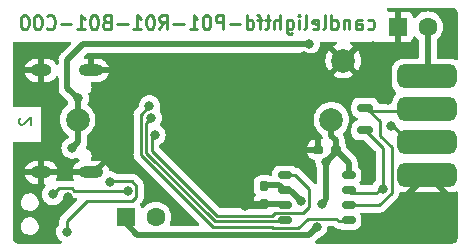
<source format=gbl>
%TF.GenerationSoftware,KiCad,Pcbnew,7.0.5*%
%TF.CreationDate,2023-06-19T14:48:04+02:00*%
%TF.ProjectId,candleLightfd-S01,63616e64-6c65-44c6-9967-687466642d53,R01*%
%TF.SameCoordinates,Original*%
%TF.FileFunction,Copper,L2,Bot*%
%TF.FilePolarity,Positive*%
%FSLAX46Y46*%
G04 Gerber Fmt 4.6, Leading zero omitted, Abs format (unit mm)*
G04 Created by KiCad (PCBNEW 7.0.5) date 2023-06-19 14:48:04*
%MOMM*%
%LPD*%
G01*
G04 APERTURE LIST*
G04 Aperture macros list*
%AMRoundRect*
0 Rectangle with rounded corners*
0 $1 Rounding radius*
0 $2 $3 $4 $5 $6 $7 $8 $9 X,Y pos of 4 corners*
0 Add a 4 corners polygon primitive as box body*
4,1,4,$2,$3,$4,$5,$6,$7,$8,$9,$2,$3,0*
0 Add four circle primitives for the rounded corners*
1,1,$1+$1,$2,$3*
1,1,$1+$1,$4,$5*
1,1,$1+$1,$6,$7*
1,1,$1+$1,$8,$9*
0 Add four rect primitives between the rounded corners*
20,1,$1+$1,$2,$3,$4,$5,0*
20,1,$1+$1,$4,$5,$6,$7,0*
20,1,$1+$1,$6,$7,$8,$9,0*
20,1,$1+$1,$8,$9,$2,$3,0*%
G04 Aperture macros list end*
%ADD10C,0.250000*%
%TA.AperFunction,NonConductor*%
%ADD11C,0.250000*%
%TD*%
%ADD12C,0.150000*%
%TA.AperFunction,NonConductor*%
%ADD13C,0.150000*%
%TD*%
%TA.AperFunction,ComponentPad*%
%ADD14O,2.100000X1.000000*%
%TD*%
%TA.AperFunction,ComponentPad*%
%ADD15O,1.800000X1.000000*%
%TD*%
%TA.AperFunction,SMDPad,CuDef*%
%ADD16RoundRect,0.500000X-2.000000X0.500000X-2.000000X-0.500000X2.000000X-0.500000X2.000000X0.500000X0*%
%TD*%
%TA.AperFunction,ComponentPad*%
%ADD17R,1.600000X1.600000*%
%TD*%
%TA.AperFunction,ComponentPad*%
%ADD18C,1.600000*%
%TD*%
%TA.AperFunction,SMDPad,CuDef*%
%ADD19RoundRect,0.150000X-0.420000X-0.150000X0.420000X-0.150000X0.420000X0.150000X-0.420000X0.150000X0*%
%TD*%
%TA.AperFunction,SMDPad,CuDef*%
%ADD20C,2.000000*%
%TD*%
%TA.AperFunction,SMDPad,CuDef*%
%ADD21RoundRect,0.187500X0.212500X0.187500X-0.212500X0.187500X-0.212500X-0.187500X0.212500X-0.187500X0*%
%TD*%
%TA.AperFunction,SMDPad,CuDef*%
%ADD22RoundRect,0.175000X-0.475000X0.175000X-0.475000X-0.175000X0.475000X-0.175000X0.475000X0.175000X0*%
%TD*%
%TA.AperFunction,SMDPad,CuDef*%
%ADD23RoundRect,0.187500X-0.187500X0.212500X-0.187500X-0.212500X0.187500X-0.212500X0.187500X0.212500X0*%
%TD*%
%TA.AperFunction,ViaPad*%
%ADD24C,0.800000*%
%TD*%
%TA.AperFunction,Conductor*%
%ADD25C,0.500000*%
%TD*%
%TA.AperFunction,Conductor*%
%ADD26C,0.250000*%
%TD*%
G04 APERTURE END LIST*
D10*
D11*
X131052380Y-121785000D02*
X131161904Y-121842142D01*
X131161904Y-121842142D02*
X131380951Y-121842142D01*
X131380951Y-121842142D02*
X131490475Y-121785000D01*
X131490475Y-121785000D02*
X131545237Y-121727857D01*
X131545237Y-121727857D02*
X131599999Y-121613571D01*
X131599999Y-121613571D02*
X131599999Y-121270714D01*
X131599999Y-121270714D02*
X131545237Y-121156428D01*
X131545237Y-121156428D02*
X131490475Y-121099285D01*
X131490475Y-121099285D02*
X131380951Y-121042142D01*
X131380951Y-121042142D02*
X131161904Y-121042142D01*
X131161904Y-121042142D02*
X131052380Y-121099285D01*
X130066666Y-121842142D02*
X130066666Y-121213571D01*
X130066666Y-121213571D02*
X130121428Y-121099285D01*
X130121428Y-121099285D02*
X130230952Y-121042142D01*
X130230952Y-121042142D02*
X130449999Y-121042142D01*
X130449999Y-121042142D02*
X130559523Y-121099285D01*
X130066666Y-121785000D02*
X130176190Y-121842142D01*
X130176190Y-121842142D02*
X130449999Y-121842142D01*
X130449999Y-121842142D02*
X130559523Y-121785000D01*
X130559523Y-121785000D02*
X130614285Y-121670714D01*
X130614285Y-121670714D02*
X130614285Y-121556428D01*
X130614285Y-121556428D02*
X130559523Y-121442142D01*
X130559523Y-121442142D02*
X130449999Y-121385000D01*
X130449999Y-121385000D02*
X130176190Y-121385000D01*
X130176190Y-121385000D02*
X130066666Y-121327857D01*
X129519047Y-121042142D02*
X129519047Y-121842142D01*
X129519047Y-121156428D02*
X129464285Y-121099285D01*
X129464285Y-121099285D02*
X129354761Y-121042142D01*
X129354761Y-121042142D02*
X129190476Y-121042142D01*
X129190476Y-121042142D02*
X129080952Y-121099285D01*
X129080952Y-121099285D02*
X129026190Y-121213571D01*
X129026190Y-121213571D02*
X129026190Y-121842142D01*
X127985714Y-121842142D02*
X127985714Y-120642142D01*
X127985714Y-121785000D02*
X128095238Y-121842142D01*
X128095238Y-121842142D02*
X128314285Y-121842142D01*
X128314285Y-121842142D02*
X128423809Y-121785000D01*
X128423809Y-121785000D02*
X128478571Y-121727857D01*
X128478571Y-121727857D02*
X128533333Y-121613571D01*
X128533333Y-121613571D02*
X128533333Y-121270714D01*
X128533333Y-121270714D02*
X128478571Y-121156428D01*
X128478571Y-121156428D02*
X128423809Y-121099285D01*
X128423809Y-121099285D02*
X128314285Y-121042142D01*
X128314285Y-121042142D02*
X128095238Y-121042142D01*
X128095238Y-121042142D02*
X127985714Y-121099285D01*
X127273809Y-121842142D02*
X127383333Y-121785000D01*
X127383333Y-121785000D02*
X127438095Y-121670714D01*
X127438095Y-121670714D02*
X127438095Y-120642142D01*
X126397619Y-121785000D02*
X126507143Y-121842142D01*
X126507143Y-121842142D02*
X126726190Y-121842142D01*
X126726190Y-121842142D02*
X126835714Y-121785000D01*
X126835714Y-121785000D02*
X126890476Y-121670714D01*
X126890476Y-121670714D02*
X126890476Y-121213571D01*
X126890476Y-121213571D02*
X126835714Y-121099285D01*
X126835714Y-121099285D02*
X126726190Y-121042142D01*
X126726190Y-121042142D02*
X126507143Y-121042142D01*
X126507143Y-121042142D02*
X126397619Y-121099285D01*
X126397619Y-121099285D02*
X126342857Y-121213571D01*
X126342857Y-121213571D02*
X126342857Y-121327857D01*
X126342857Y-121327857D02*
X126890476Y-121442142D01*
X125685714Y-121842142D02*
X125795238Y-121785000D01*
X125795238Y-121785000D02*
X125850000Y-121670714D01*
X125850000Y-121670714D02*
X125850000Y-120642142D01*
X125247619Y-121842142D02*
X125247619Y-121042142D01*
X125247619Y-120642142D02*
X125302381Y-120699285D01*
X125302381Y-120699285D02*
X125247619Y-120756428D01*
X125247619Y-120756428D02*
X125192857Y-120699285D01*
X125192857Y-120699285D02*
X125247619Y-120642142D01*
X125247619Y-120642142D02*
X125247619Y-120756428D01*
X124207143Y-121042142D02*
X124207143Y-122013571D01*
X124207143Y-122013571D02*
X124261905Y-122127857D01*
X124261905Y-122127857D02*
X124316667Y-122185000D01*
X124316667Y-122185000D02*
X124426190Y-122242142D01*
X124426190Y-122242142D02*
X124590476Y-122242142D01*
X124590476Y-122242142D02*
X124700000Y-122185000D01*
X124207143Y-121785000D02*
X124316667Y-121842142D01*
X124316667Y-121842142D02*
X124535714Y-121842142D01*
X124535714Y-121842142D02*
X124645238Y-121785000D01*
X124645238Y-121785000D02*
X124700000Y-121727857D01*
X124700000Y-121727857D02*
X124754762Y-121613571D01*
X124754762Y-121613571D02*
X124754762Y-121270714D01*
X124754762Y-121270714D02*
X124700000Y-121156428D01*
X124700000Y-121156428D02*
X124645238Y-121099285D01*
X124645238Y-121099285D02*
X124535714Y-121042142D01*
X124535714Y-121042142D02*
X124316667Y-121042142D01*
X124316667Y-121042142D02*
X124207143Y-121099285D01*
X123659524Y-121842142D02*
X123659524Y-120642142D01*
X123166667Y-121842142D02*
X123166667Y-121213571D01*
X123166667Y-121213571D02*
X123221429Y-121099285D01*
X123221429Y-121099285D02*
X123330953Y-121042142D01*
X123330953Y-121042142D02*
X123495238Y-121042142D01*
X123495238Y-121042142D02*
X123604762Y-121099285D01*
X123604762Y-121099285D02*
X123659524Y-121156428D01*
X122783334Y-121042142D02*
X122345238Y-121042142D01*
X122619048Y-120642142D02*
X122619048Y-121670714D01*
X122619048Y-121670714D02*
X122564286Y-121785000D01*
X122564286Y-121785000D02*
X122454762Y-121842142D01*
X122454762Y-121842142D02*
X122345238Y-121842142D01*
X122126191Y-121042142D02*
X121688095Y-121042142D01*
X121961905Y-121842142D02*
X121961905Y-120813571D01*
X121961905Y-120813571D02*
X121907143Y-120699285D01*
X121907143Y-120699285D02*
X121797619Y-120642142D01*
X121797619Y-120642142D02*
X121688095Y-120642142D01*
X120811905Y-121842142D02*
X120811905Y-120642142D01*
X120811905Y-121785000D02*
X120921429Y-121842142D01*
X120921429Y-121842142D02*
X121140476Y-121842142D01*
X121140476Y-121842142D02*
X121250000Y-121785000D01*
X121250000Y-121785000D02*
X121304762Y-121727857D01*
X121304762Y-121727857D02*
X121359524Y-121613571D01*
X121359524Y-121613571D02*
X121359524Y-121270714D01*
X121359524Y-121270714D02*
X121304762Y-121156428D01*
X121304762Y-121156428D02*
X121250000Y-121099285D01*
X121250000Y-121099285D02*
X121140476Y-121042142D01*
X121140476Y-121042142D02*
X120921429Y-121042142D01*
X120921429Y-121042142D02*
X120811905Y-121099285D01*
X120264286Y-121385000D02*
X119388096Y-121385000D01*
X118840476Y-121842142D02*
X118840476Y-120642142D01*
X118840476Y-120642142D02*
X118402381Y-120642142D01*
X118402381Y-120642142D02*
X118292857Y-120699285D01*
X118292857Y-120699285D02*
X118238095Y-120756428D01*
X118238095Y-120756428D02*
X118183333Y-120870714D01*
X118183333Y-120870714D02*
X118183333Y-121042142D01*
X118183333Y-121042142D02*
X118238095Y-121156428D01*
X118238095Y-121156428D02*
X118292857Y-121213571D01*
X118292857Y-121213571D02*
X118402381Y-121270714D01*
X118402381Y-121270714D02*
X118840476Y-121270714D01*
X117471428Y-120642142D02*
X117361905Y-120642142D01*
X117361905Y-120642142D02*
X117252381Y-120699285D01*
X117252381Y-120699285D02*
X117197619Y-120756428D01*
X117197619Y-120756428D02*
X117142857Y-120870714D01*
X117142857Y-120870714D02*
X117088095Y-121099285D01*
X117088095Y-121099285D02*
X117088095Y-121385000D01*
X117088095Y-121385000D02*
X117142857Y-121613571D01*
X117142857Y-121613571D02*
X117197619Y-121727857D01*
X117197619Y-121727857D02*
X117252381Y-121785000D01*
X117252381Y-121785000D02*
X117361905Y-121842142D01*
X117361905Y-121842142D02*
X117471428Y-121842142D01*
X117471428Y-121842142D02*
X117580952Y-121785000D01*
X117580952Y-121785000D02*
X117635714Y-121727857D01*
X117635714Y-121727857D02*
X117690476Y-121613571D01*
X117690476Y-121613571D02*
X117745238Y-121385000D01*
X117745238Y-121385000D02*
X117745238Y-121099285D01*
X117745238Y-121099285D02*
X117690476Y-120870714D01*
X117690476Y-120870714D02*
X117635714Y-120756428D01*
X117635714Y-120756428D02*
X117580952Y-120699285D01*
X117580952Y-120699285D02*
X117471428Y-120642142D01*
X115992857Y-121842142D02*
X116650000Y-121842142D01*
X116321428Y-121842142D02*
X116321428Y-120642142D01*
X116321428Y-120642142D02*
X116430952Y-120813571D01*
X116430952Y-120813571D02*
X116540476Y-120927857D01*
X116540476Y-120927857D02*
X116650000Y-120985000D01*
X115500000Y-121385000D02*
X114623810Y-121385000D01*
X113419047Y-121842142D02*
X113802380Y-121270714D01*
X114076190Y-121842142D02*
X114076190Y-120642142D01*
X114076190Y-120642142D02*
X113638095Y-120642142D01*
X113638095Y-120642142D02*
X113528571Y-120699285D01*
X113528571Y-120699285D02*
X113473809Y-120756428D01*
X113473809Y-120756428D02*
X113419047Y-120870714D01*
X113419047Y-120870714D02*
X113419047Y-121042142D01*
X113419047Y-121042142D02*
X113473809Y-121156428D01*
X113473809Y-121156428D02*
X113528571Y-121213571D01*
X113528571Y-121213571D02*
X113638095Y-121270714D01*
X113638095Y-121270714D02*
X114076190Y-121270714D01*
X112707142Y-120642142D02*
X112597619Y-120642142D01*
X112597619Y-120642142D02*
X112488095Y-120699285D01*
X112488095Y-120699285D02*
X112433333Y-120756428D01*
X112433333Y-120756428D02*
X112378571Y-120870714D01*
X112378571Y-120870714D02*
X112323809Y-121099285D01*
X112323809Y-121099285D02*
X112323809Y-121385000D01*
X112323809Y-121385000D02*
X112378571Y-121613571D01*
X112378571Y-121613571D02*
X112433333Y-121727857D01*
X112433333Y-121727857D02*
X112488095Y-121785000D01*
X112488095Y-121785000D02*
X112597619Y-121842142D01*
X112597619Y-121842142D02*
X112707142Y-121842142D01*
X112707142Y-121842142D02*
X112816666Y-121785000D01*
X112816666Y-121785000D02*
X112871428Y-121727857D01*
X112871428Y-121727857D02*
X112926190Y-121613571D01*
X112926190Y-121613571D02*
X112980952Y-121385000D01*
X112980952Y-121385000D02*
X112980952Y-121099285D01*
X112980952Y-121099285D02*
X112926190Y-120870714D01*
X112926190Y-120870714D02*
X112871428Y-120756428D01*
X112871428Y-120756428D02*
X112816666Y-120699285D01*
X112816666Y-120699285D02*
X112707142Y-120642142D01*
X111228571Y-121842142D02*
X111885714Y-121842142D01*
X111557142Y-121842142D02*
X111557142Y-120642142D01*
X111557142Y-120642142D02*
X111666666Y-120813571D01*
X111666666Y-120813571D02*
X111776190Y-120927857D01*
X111776190Y-120927857D02*
X111885714Y-120985000D01*
X110735714Y-121385000D02*
X109859524Y-121385000D01*
X108928571Y-121213571D02*
X108764285Y-121270714D01*
X108764285Y-121270714D02*
X108709523Y-121327857D01*
X108709523Y-121327857D02*
X108654761Y-121442142D01*
X108654761Y-121442142D02*
X108654761Y-121613571D01*
X108654761Y-121613571D02*
X108709523Y-121727857D01*
X108709523Y-121727857D02*
X108764285Y-121785000D01*
X108764285Y-121785000D02*
X108873809Y-121842142D01*
X108873809Y-121842142D02*
X109311904Y-121842142D01*
X109311904Y-121842142D02*
X109311904Y-120642142D01*
X109311904Y-120642142D02*
X108928571Y-120642142D01*
X108928571Y-120642142D02*
X108819047Y-120699285D01*
X108819047Y-120699285D02*
X108764285Y-120756428D01*
X108764285Y-120756428D02*
X108709523Y-120870714D01*
X108709523Y-120870714D02*
X108709523Y-120985000D01*
X108709523Y-120985000D02*
X108764285Y-121099285D01*
X108764285Y-121099285D02*
X108819047Y-121156428D01*
X108819047Y-121156428D02*
X108928571Y-121213571D01*
X108928571Y-121213571D02*
X109311904Y-121213571D01*
X107942856Y-120642142D02*
X107833333Y-120642142D01*
X107833333Y-120642142D02*
X107723809Y-120699285D01*
X107723809Y-120699285D02*
X107669047Y-120756428D01*
X107669047Y-120756428D02*
X107614285Y-120870714D01*
X107614285Y-120870714D02*
X107559523Y-121099285D01*
X107559523Y-121099285D02*
X107559523Y-121385000D01*
X107559523Y-121385000D02*
X107614285Y-121613571D01*
X107614285Y-121613571D02*
X107669047Y-121727857D01*
X107669047Y-121727857D02*
X107723809Y-121785000D01*
X107723809Y-121785000D02*
X107833333Y-121842142D01*
X107833333Y-121842142D02*
X107942856Y-121842142D01*
X107942856Y-121842142D02*
X108052380Y-121785000D01*
X108052380Y-121785000D02*
X108107142Y-121727857D01*
X108107142Y-121727857D02*
X108161904Y-121613571D01*
X108161904Y-121613571D02*
X108216666Y-121385000D01*
X108216666Y-121385000D02*
X108216666Y-121099285D01*
X108216666Y-121099285D02*
X108161904Y-120870714D01*
X108161904Y-120870714D02*
X108107142Y-120756428D01*
X108107142Y-120756428D02*
X108052380Y-120699285D01*
X108052380Y-120699285D02*
X107942856Y-120642142D01*
X106464285Y-121842142D02*
X107121428Y-121842142D01*
X106792856Y-121842142D02*
X106792856Y-120642142D01*
X106792856Y-120642142D02*
X106902380Y-120813571D01*
X106902380Y-120813571D02*
X107011904Y-120927857D01*
X107011904Y-120927857D02*
X107121428Y-120985000D01*
X105971428Y-121385000D02*
X105095238Y-121385000D01*
X103890475Y-121727857D02*
X103945237Y-121785000D01*
X103945237Y-121785000D02*
X104109523Y-121842142D01*
X104109523Y-121842142D02*
X104219047Y-121842142D01*
X104219047Y-121842142D02*
X104383332Y-121785000D01*
X104383332Y-121785000D02*
X104492856Y-121670714D01*
X104492856Y-121670714D02*
X104547618Y-121556428D01*
X104547618Y-121556428D02*
X104602380Y-121327857D01*
X104602380Y-121327857D02*
X104602380Y-121156428D01*
X104602380Y-121156428D02*
X104547618Y-120927857D01*
X104547618Y-120927857D02*
X104492856Y-120813571D01*
X104492856Y-120813571D02*
X104383332Y-120699285D01*
X104383332Y-120699285D02*
X104219047Y-120642142D01*
X104219047Y-120642142D02*
X104109523Y-120642142D01*
X104109523Y-120642142D02*
X103945237Y-120699285D01*
X103945237Y-120699285D02*
X103890475Y-120756428D01*
X103178570Y-120642142D02*
X103069047Y-120642142D01*
X103069047Y-120642142D02*
X102959523Y-120699285D01*
X102959523Y-120699285D02*
X102904761Y-120756428D01*
X102904761Y-120756428D02*
X102849999Y-120870714D01*
X102849999Y-120870714D02*
X102795237Y-121099285D01*
X102795237Y-121099285D02*
X102795237Y-121385000D01*
X102795237Y-121385000D02*
X102849999Y-121613571D01*
X102849999Y-121613571D02*
X102904761Y-121727857D01*
X102904761Y-121727857D02*
X102959523Y-121785000D01*
X102959523Y-121785000D02*
X103069047Y-121842142D01*
X103069047Y-121842142D02*
X103178570Y-121842142D01*
X103178570Y-121842142D02*
X103288094Y-121785000D01*
X103288094Y-121785000D02*
X103342856Y-121727857D01*
X103342856Y-121727857D02*
X103397618Y-121613571D01*
X103397618Y-121613571D02*
X103452380Y-121385000D01*
X103452380Y-121385000D02*
X103452380Y-121099285D01*
X103452380Y-121099285D02*
X103397618Y-120870714D01*
X103397618Y-120870714D02*
X103342856Y-120756428D01*
X103342856Y-120756428D02*
X103288094Y-120699285D01*
X103288094Y-120699285D02*
X103178570Y-120642142D01*
X102083332Y-120642142D02*
X101973809Y-120642142D01*
X101973809Y-120642142D02*
X101864285Y-120699285D01*
X101864285Y-120699285D02*
X101809523Y-120756428D01*
X101809523Y-120756428D02*
X101754761Y-120870714D01*
X101754761Y-120870714D02*
X101699999Y-121099285D01*
X101699999Y-121099285D02*
X101699999Y-121385000D01*
X101699999Y-121385000D02*
X101754761Y-121613571D01*
X101754761Y-121613571D02*
X101809523Y-121727857D01*
X101809523Y-121727857D02*
X101864285Y-121785000D01*
X101864285Y-121785000D02*
X101973809Y-121842142D01*
X101973809Y-121842142D02*
X102083332Y-121842142D01*
X102083332Y-121842142D02*
X102192856Y-121785000D01*
X102192856Y-121785000D02*
X102247618Y-121727857D01*
X102247618Y-121727857D02*
X102302380Y-121613571D01*
X102302380Y-121613571D02*
X102357142Y-121385000D01*
X102357142Y-121385000D02*
X102357142Y-121099285D01*
X102357142Y-121099285D02*
X102302380Y-120870714D01*
X102302380Y-120870714D02*
X102247618Y-120756428D01*
X102247618Y-120756428D02*
X102192856Y-120699285D01*
X102192856Y-120699285D02*
X102083332Y-120642142D01*
D12*
%TO.C,NB2*%
D13*
X101650057Y-129364286D02*
X101602438Y-129411905D01*
X101602438Y-129411905D02*
X101554819Y-129507143D01*
X101554819Y-129507143D02*
X101554819Y-129745238D01*
X101554819Y-129745238D02*
X101602438Y-129840476D01*
X101602438Y-129840476D02*
X101650057Y-129888095D01*
X101650057Y-129888095D02*
X101745295Y-129935714D01*
X101745295Y-129935714D02*
X101840533Y-129935714D01*
X101840533Y-129935714D02*
X101983390Y-129888095D01*
X101983390Y-129888095D02*
X102554819Y-129316667D01*
X102554819Y-129316667D02*
X102554819Y-129935714D01*
%TD*%
D14*
%TO.P,X1,SH,Shield*%
%TO.N,GND*%
X107605000Y-125330000D03*
D15*
X103425000Y-125330000D03*
D14*
X107605000Y-133970000D03*
D15*
X103425000Y-133970000D03*
%TD*%
D16*
%TO.P,X2,6*%
%TO.N,GND*%
X136100000Y-134155000D03*
%TO.P,X2,7*%
%TO.N,/CAN1_H*%
X136100000Y-131385000D03*
%TO.P,X2,8*%
%TO.N,/CAN2_H*%
X136100000Y-128615000D03*
%TO.P,X2,9*%
%TO.N,+12V*%
X136100000Y-125845000D03*
%TD*%
D17*
%TO.P,P2,1,P1*%
%TO.N,+3V3*%
X110580000Y-137750000D03*
D18*
%TO.P,P2,2,P2*%
%TO.N,/MCU/SWCLK*%
X113120000Y-137750000D03*
%TD*%
D17*
%TO.P,P1,1,P1*%
%TO.N,GND*%
X133600000Y-121650000D03*
D18*
%TO.P,P1,2,P2*%
%TO.N,+12V*%
X136140000Y-121650000D03*
%TD*%
D19*
%TO.P,U4,1,TXD*%
%TO.N,/CAN Transiver/CAN2_TX*%
X124050000Y-138005000D03*
%TO.P,U4,2,GND*%
%TO.N,GND*%
X124050000Y-136735000D03*
%TO.P,U4,3,VCC*%
%TO.N,+5V*%
X124050000Y-135465000D03*
%TO.P,U4,4,RXD*%
%TO.N,/CAN Transiver/CAN2_RX*%
X124050000Y-134195000D03*
%TO.P,U4,5,VIO*%
%TO.N,+3V3*%
X129450000Y-134195000D03*
%TO.P,U4,6,CANL*%
%TO.N,/CAN2_L*%
X129450000Y-135465000D03*
%TO.P,U4,7,CANH*%
%TO.N,/CAN2_H*%
X129450000Y-136735000D03*
%TO.P,U4,8,S*%
%TO.N,/CAN Transiver/CAN2_S*%
X129450000Y-138005000D03*
%TD*%
D20*
%TO.P,TP2,1*%
%TO.N,+3V3*%
X128000000Y-129500000D03*
%TD*%
%TO.P,TP3,1*%
%TO.N,GND*%
X129000000Y-124500000D03*
%TD*%
%TO.P,TP1,1*%
%TO.N,+5V*%
X106500000Y-129500000D03*
%TD*%
D21*
%TO.P,C9,1*%
%TO.N,+3V3*%
X128350000Y-132050000D03*
%TO.P,C9,2*%
%TO.N,GND*%
X126850000Y-132050000D03*
%TD*%
D22*
%TO.P,R8,1*%
%TO.N,/CAN2_H*%
X130850000Y-128500000D03*
%TO.P,R8,2*%
%TO.N,/CAN2_L*%
X130850000Y-130400000D03*
%TD*%
D23*
%TO.P,C11,1*%
%TO.N,+5V*%
X122300000Y-135100000D03*
%TO.P,C11,2*%
%TO.N,GND*%
X122300000Y-136600000D03*
%TD*%
D24*
%TO.N,+3V3*%
X126750000Y-138600000D03*
X127555074Y-133055074D03*
X127175500Y-136625500D03*
%TO.N,GND*%
X110200000Y-124300000D03*
X124150000Y-127900000D03*
X131500000Y-123300000D03*
X132800000Y-127800000D03*
X105716784Y-136040375D03*
X120700000Y-136800000D03*
X131300000Y-125750000D03*
X125700000Y-124150000D03*
X127000000Y-126850000D03*
X124500000Y-131850000D03*
X123900000Y-130250000D03*
X125700000Y-131500000D03*
X115400000Y-137550000D03*
X132200000Y-137900000D03*
X120917241Y-129992643D03*
X131100000Y-134300000D03*
%TO.N,+5V*%
X106050000Y-131900000D03*
X125400000Y-136400000D03*
X106550000Y-127700500D03*
X126100000Y-123100000D03*
%TO.N,/CAN1_H*%
X133000500Y-130000000D03*
%TO.N,/CAN2_L*%
X132375500Y-135337701D03*
%TO.N,/MCU/SWDIO*%
X105600000Y-139000000D03*
X109225500Y-134775500D03*
%TO.N,/CAN Transiver/CAN2_RX*%
X113050000Y-130800000D03*
%TO.N,/CAN Transiver/CAN2_TX*%
X112750000Y-129350000D03*
%TO.N,/CAN Transiver/CAN2_S*%
X112594115Y-128362729D03*
%TO.N,/MCU/NRST*%
X110750500Y-135569301D03*
X104400000Y-135824500D03*
%TD*%
D25*
%TO.N,+3V3*%
X127175500Y-136625500D02*
X127555074Y-136245926D01*
X127555074Y-136245926D02*
X127555074Y-133055074D01*
X126100000Y-139250000D02*
X111550000Y-139250000D01*
X127555074Y-133055074D02*
X128350000Y-132260148D01*
X110580000Y-138280000D02*
X110580000Y-137750000D01*
X129450000Y-133150000D02*
X128350000Y-132050000D01*
X128350000Y-132260148D02*
X128350000Y-132050000D01*
X128000000Y-129500000D02*
X128000000Y-130900000D01*
X128350000Y-131250000D02*
X128350000Y-132050000D01*
X129450000Y-134195000D02*
X129450000Y-133150000D01*
X128000000Y-130900000D02*
X128350000Y-131250000D01*
X111550000Y-139250000D02*
X110580000Y-138280000D01*
X126750000Y-138600000D02*
X126100000Y-139250000D01*
%TO.N,GND*%
X120700000Y-136800000D02*
X122100000Y-136800000D01*
X122450000Y-136650000D02*
X122350000Y-136550000D01*
X124050000Y-136735000D02*
X123965000Y-136650000D01*
X123965000Y-136650000D02*
X122450000Y-136650000D01*
X122100000Y-136800000D02*
X122350000Y-136550000D01*
X107605000Y-133970000D02*
X107930000Y-133970000D01*
X125700000Y-124150000D02*
X126950000Y-124150000D01*
X126950000Y-124150000D02*
X127000000Y-124200000D01*
X107930000Y-133970000D02*
X109500000Y-132400000D01*
%TO.N,+5V*%
X122350000Y-135050000D02*
X123535000Y-135050000D01*
X124565000Y-135565000D02*
X125400000Y-136400000D01*
X126100000Y-123100000D02*
X107000000Y-123100000D01*
X105650000Y-126800500D02*
X106550000Y-127700500D01*
X123535000Y-135050000D02*
X124050000Y-135565000D01*
X105650000Y-124450000D02*
X105650000Y-126800500D01*
X124050000Y-135565000D02*
X124565000Y-135565000D01*
X106550000Y-127700500D02*
X106550000Y-131400000D01*
X106550000Y-131400000D02*
X106050000Y-131900000D01*
X107000000Y-123100000D02*
X105650000Y-124450000D01*
%TO.N,+12V*%
X136140000Y-125805000D02*
X136100000Y-125845000D01*
X136140000Y-121650000D02*
X136140000Y-125805000D01*
D26*
%TO.N,/CAN1_H*%
X133200000Y-130000000D02*
X134500000Y-131300000D01*
X134500000Y-131300000D02*
X136240000Y-131300000D01*
X133000500Y-130000000D02*
X133200000Y-130000000D01*
%TO.N,/CAN2_H*%
X133100000Y-131850000D02*
X133100000Y-135700000D01*
X130950000Y-128500000D02*
X132100000Y-129650000D01*
X132100000Y-129650000D02*
X132100000Y-130850000D01*
X130850000Y-128500000D02*
X130950000Y-128500000D01*
X132065000Y-136735000D02*
X129450000Y-136735000D01*
X131150000Y-128800000D02*
X135915000Y-128800000D01*
X133100000Y-135700000D02*
X132065000Y-136735000D01*
X132100000Y-130850000D02*
X133100000Y-131850000D01*
X130850000Y-128500000D02*
X131150000Y-128800000D01*
X135915000Y-128800000D02*
X136100000Y-128615000D01*
%TO.N,/CAN2_L*%
X129685000Y-135700000D02*
X129450000Y-135465000D01*
X131800000Y-135700000D02*
X129685000Y-135700000D01*
X132375500Y-135337701D02*
X132162299Y-135337701D01*
X132375500Y-135337701D02*
X132375500Y-131925500D01*
X132162299Y-135337701D02*
X131800000Y-135700000D01*
X132375500Y-131925500D02*
X130850000Y-130400000D01*
%TO.N,/MCU/SWDIO*%
X111100000Y-134700000D02*
X111475500Y-135075500D01*
X111475500Y-135075500D02*
X111475500Y-136024500D01*
X111475500Y-136024500D02*
X111100000Y-136400000D01*
X107293102Y-136400000D02*
X105600000Y-138093102D01*
X111100000Y-136400000D02*
X107293102Y-136400000D01*
X105600000Y-138093102D02*
X105600000Y-139000000D01*
X109225500Y-134775500D02*
X109301000Y-134700000D01*
X109301000Y-134700000D02*
X111100000Y-134700000D01*
%TO.N,/CAN Transiver/CAN2_RX*%
X126125000Y-135375000D02*
X126125000Y-136875000D01*
X125625000Y-137375000D02*
X123225000Y-137375000D01*
X126125000Y-136875000D02*
X125625000Y-137375000D01*
X124945000Y-134195000D02*
X126125000Y-135375000D01*
X118316701Y-137655000D02*
X112775000Y-132113299D01*
X122945000Y-137655000D02*
X118316701Y-137655000D01*
X112775000Y-132113299D02*
X112775000Y-131075000D01*
X112775000Y-131075000D02*
X113050000Y-130800000D01*
X123225000Y-137375000D02*
X122945000Y-137655000D01*
X124050000Y-134195000D02*
X124945000Y-134195000D01*
%TO.N,/CAN Transiver/CAN2_TX*%
X112325000Y-129775000D02*
X112325000Y-132299695D01*
X112325000Y-132299695D02*
X118130305Y-138105000D01*
X112750000Y-129350000D02*
X112325000Y-129775000D01*
X118130305Y-138105000D02*
X124050000Y-138105000D01*
%TO.N,/CAN Transiver/CAN2_S*%
X123070000Y-138675000D02*
X125175000Y-138675000D01*
X112594115Y-128362729D02*
X111875000Y-129081844D01*
X111875000Y-132486091D02*
X117943909Y-138555000D01*
X125175000Y-138675000D02*
X125975000Y-137875000D01*
X117943909Y-138555000D02*
X122950000Y-138555000D01*
X111875000Y-129081844D02*
X111875000Y-132486091D01*
X122950000Y-138555000D02*
X123070000Y-138675000D01*
X128425000Y-137875000D02*
X128655000Y-138105000D01*
X125975000Y-137875000D02*
X128425000Y-137875000D01*
X128655000Y-138105000D02*
X129450000Y-138105000D01*
%TO.N,/MCU/NRST*%
X106017089Y-135315375D02*
X104909125Y-135315375D01*
X106201714Y-135500000D02*
X106017089Y-135315375D01*
X104909125Y-135315375D02*
X104400000Y-135824500D01*
X110681199Y-135500000D02*
X106201714Y-135500000D01*
X110750500Y-135569301D02*
X110681199Y-135500000D01*
%TD*%
%TA.AperFunction,Conductor*%
%TO.N,GND*%
G36*
X136187681Y-133889128D02*
G01*
X137953553Y-135655000D01*
X138158000Y-135655000D01*
X138277329Y-135644390D01*
X138472864Y-135588441D01*
X138508089Y-135570042D01*
X138569427Y-135556013D01*
X138629754Y-135573897D01*
X138673536Y-135619088D01*
X138689500Y-135679951D01*
X138689500Y-139491874D01*
X138688439Y-139508060D01*
X138674951Y-139610506D01*
X138666573Y-139641772D01*
X138630166Y-139729667D01*
X138613981Y-139757701D01*
X138556067Y-139833177D01*
X138533177Y-139856067D01*
X138457701Y-139913981D01*
X138429667Y-139930166D01*
X138341772Y-139966573D01*
X138310506Y-139974951D01*
X138218338Y-139987085D01*
X138208058Y-139988439D01*
X138191874Y-139989500D01*
X126732575Y-139989500D01*
X126676946Y-139976321D01*
X126633141Y-139939587D01*
X126610472Y-139887105D01*
X126613756Y-139830031D01*
X126642294Y-139780497D01*
X126642913Y-139779841D01*
X126645408Y-139777271D01*
X126906753Y-139515926D01*
X126935264Y-139494636D01*
X126968644Y-139482321D01*
X127032288Y-139468794D01*
X127206752Y-139391118D01*
X127361253Y-139278866D01*
X127489040Y-139136944D01*
X127538090Y-139051988D01*
X127584527Y-138971556D01*
X127610526Y-138891539D01*
X127643542Y-138789928D01*
X127661450Y-138619536D01*
X127681970Y-138563160D01*
X127726557Y-138523014D01*
X127784771Y-138508500D01*
X128110159Y-138508500D01*
X128155805Y-138517207D01*
X128195038Y-138542104D01*
X128212687Y-138558676D01*
X128215448Y-138561353D01*
X128235230Y-138581135D01*
X128238511Y-138583680D01*
X128247370Y-138591247D01*
X128279679Y-138621586D01*
X128292154Y-138628444D01*
X128297564Y-138631418D01*
X128313825Y-138642099D01*
X128329959Y-138654614D01*
X128370625Y-138672210D01*
X128381112Y-138677348D01*
X128419940Y-138698695D01*
X128439708Y-138703770D01*
X128458119Y-138710073D01*
X128476855Y-138718181D01*
X128520626Y-138725113D01*
X128532041Y-138727477D01*
X128574970Y-138738500D01*
X128595384Y-138738500D01*
X128614783Y-138740027D01*
X128634943Y-138743220D01*
X128677668Y-138739181D01*
X128716385Y-138741617D01*
X128752457Y-138755900D01*
X128766398Y-138764145D01*
X128926165Y-138810561D01*
X128926169Y-138810562D01*
X128963498Y-138813500D01*
X129936499Y-138813500D01*
X129936502Y-138813500D01*
X129973831Y-138810562D01*
X130133601Y-138764145D01*
X130276807Y-138679453D01*
X130394453Y-138561807D01*
X130479145Y-138418601D01*
X130525562Y-138258831D01*
X130528500Y-138221502D01*
X130528500Y-137788498D01*
X130525562Y-137751169D01*
X130525222Y-137750000D01*
X130479145Y-137591399D01*
X130457986Y-137555621D01*
X130440722Y-137493474D01*
X130457008Y-137431063D01*
X130502437Y-137385276D01*
X130564718Y-137368500D01*
X131981367Y-137368500D01*
X132002108Y-137370789D01*
X132004905Y-137370701D01*
X132004909Y-137370702D01*
X132073017Y-137368560D01*
X132076913Y-137368500D01*
X132104854Y-137368500D01*
X132104856Y-137368500D01*
X132108956Y-137367981D01*
X132120606Y-137367064D01*
X132164889Y-137365673D01*
X132184498Y-137359975D01*
X132203531Y-137356033D01*
X132223797Y-137353474D01*
X132265006Y-137337157D01*
X132276037Y-137333380D01*
X132318593Y-137321018D01*
X132336160Y-137310628D01*
X132353632Y-137302068D01*
X132372617Y-137294552D01*
X132408475Y-137268498D01*
X132418223Y-137262096D01*
X132456362Y-137239542D01*
X132470800Y-137225103D01*
X132485588Y-137212472D01*
X132502107Y-137200472D01*
X132530359Y-137166319D01*
X132538203Y-137157699D01*
X133488813Y-136207089D01*
X133505099Y-136194044D01*
X133543537Y-136153110D01*
X133553662Y-136142327D01*
X133556340Y-136139563D01*
X133576135Y-136119770D01*
X133578679Y-136116488D01*
X133586251Y-136107624D01*
X133616586Y-136075321D01*
X133626419Y-136057432D01*
X133637100Y-136041172D01*
X133649614Y-136025041D01*
X133667207Y-135984381D01*
X133672343Y-135973895D01*
X133693695Y-135935060D01*
X133698773Y-135915277D01*
X133705070Y-135896885D01*
X133713181Y-135878145D01*
X133720112Y-135834376D01*
X133722478Y-135822953D01*
X133733500Y-135780030D01*
X133733500Y-135759616D01*
X133735021Y-135740252D01*
X133735765Y-135735553D01*
X133765105Y-135673067D01*
X133823317Y-135635951D01*
X133892354Y-135635716D01*
X133922667Y-135644390D01*
X134042000Y-135655000D01*
X134246447Y-135655000D01*
X134246447Y-135654999D01*
X134953552Y-135654999D01*
X134953553Y-135655000D01*
X137246447Y-135655000D01*
X137246447Y-135654999D01*
X136100000Y-134508553D01*
X134953552Y-135654999D01*
X134246447Y-135654999D01*
X136012319Y-133889128D01*
X136067906Y-133857034D01*
X136132094Y-133857034D01*
X136187681Y-133889128D01*
G37*
%TD.AperFunction*%
%TA.AperFunction,Conductor*%
G36*
X105891823Y-122905944D02*
G01*
X105935846Y-122943544D01*
X105958001Y-122997031D01*
X105953459Y-123054747D01*
X105923209Y-123104110D01*
X105159122Y-123868195D01*
X105145493Y-123879974D01*
X105125941Y-123894531D01*
X105093714Y-123932936D01*
X105086418Y-123940900D01*
X105082418Y-123944900D01*
X105062984Y-123969478D01*
X105060710Y-123972270D01*
X105011220Y-124031251D01*
X105000521Y-124048044D01*
X104967982Y-124117824D01*
X104966427Y-124121037D01*
X104932391Y-124188812D01*
X104931862Y-124189866D01*
X104925332Y-124208654D01*
X104909759Y-124284072D01*
X104908979Y-124287591D01*
X104891228Y-124362488D01*
X104889207Y-124382272D01*
X104891448Y-124459293D01*
X104891500Y-124462899D01*
X104891500Y-124717192D01*
X104875304Y-124778465D01*
X104830945Y-124823732D01*
X104770013Y-124841167D01*
X104708424Y-124826215D01*
X104662268Y-124782784D01*
X104619852Y-124714734D01*
X104479733Y-124567330D01*
X104312805Y-124451144D01*
X104125907Y-124370940D01*
X103926689Y-124330000D01*
X103675000Y-124330000D01*
X103675000Y-126330000D01*
X103875710Y-126330000D01*
X104027339Y-126314580D01*
X104221389Y-126253696D01*
X104399214Y-126154996D01*
X104553531Y-126022520D01*
X104669444Y-125872774D01*
X104717448Y-125835226D01*
X104777542Y-125825082D01*
X104835211Y-125844794D01*
X104876523Y-125889599D01*
X104891500Y-125948675D01*
X104891500Y-126736206D01*
X104890191Y-126754176D01*
X104886659Y-126778289D01*
X104891028Y-126828226D01*
X104891500Y-126839033D01*
X104891500Y-126844681D01*
X104895139Y-126875822D01*
X104895505Y-126879405D01*
X104902214Y-126956082D01*
X104906523Y-126975517D01*
X104906920Y-126976609D01*
X104906921Y-126976613D01*
X104932855Y-127047867D01*
X104934037Y-127051271D01*
X104958251Y-127124343D01*
X104966922Y-127142254D01*
X105009245Y-127206603D01*
X105011178Y-127209638D01*
X105050970Y-127274151D01*
X105050972Y-127274153D01*
X105051589Y-127275153D01*
X105064153Y-127290575D01*
X105064997Y-127291371D01*
X105064999Y-127291374D01*
X105104821Y-127328944D01*
X105120173Y-127343428D01*
X105122760Y-127345941D01*
X105630214Y-127853395D01*
X105660464Y-127902758D01*
X105719500Y-128084451D01*
X105718463Y-128084787D01*
X105731171Y-128131395D01*
X105715630Y-128192594D01*
X105671968Y-128238206D01*
X105610585Y-128275823D01*
X105430031Y-128430031D01*
X105275823Y-128610585D01*
X105151761Y-128813035D01*
X105060894Y-129032406D01*
X105005465Y-129263287D01*
X104986835Y-129500000D01*
X105005465Y-129736712D01*
X105060894Y-129967593D01*
X105106327Y-130077278D01*
X105151760Y-130186963D01*
X105275824Y-130389416D01*
X105430031Y-130569969D01*
X105610584Y-130724176D01*
X105682844Y-130768457D01*
X105732290Y-130798758D01*
X105775690Y-130843896D01*
X105791500Y-130904485D01*
X105791500Y-130940088D01*
X105782471Y-130986539D01*
X105756698Y-131026226D01*
X105717935Y-131053368D01*
X105593248Y-131108881D01*
X105438748Y-131221133D01*
X105310957Y-131363058D01*
X105215472Y-131528443D01*
X105156458Y-131710070D01*
X105136496Y-131900000D01*
X105156458Y-132089929D01*
X105215472Y-132271556D01*
X105310957Y-132436941D01*
X105310960Y-132436944D01*
X105438747Y-132578866D01*
X105549215Y-132659126D01*
X105593248Y-132691118D01*
X105767714Y-132768795D01*
X105954511Y-132808500D01*
X105954513Y-132808500D01*
X106145487Y-132808500D01*
X106145489Y-132808500D01*
X106270021Y-132782029D01*
X106332288Y-132768794D01*
X106422487Y-132728634D01*
X106486959Y-132718711D01*
X106547547Y-132742883D01*
X106587484Y-132794460D01*
X106601071Y-132827262D01*
X106602302Y-132830233D01*
X106647839Y-132889578D01*
X106670341Y-132937416D01*
X106670872Y-132990281D01*
X106649333Y-133038562D01*
X106609641Y-133073483D01*
X106480783Y-133145004D01*
X106326468Y-133277479D01*
X106201978Y-133438307D01*
X106112410Y-133620905D01*
X106086753Y-133719999D01*
X106086753Y-133720000D01*
X107731000Y-133720000D01*
X107793000Y-133736613D01*
X107838387Y-133782000D01*
X107855000Y-133844000D01*
X107855000Y-134096000D01*
X107838387Y-134158000D01*
X107793000Y-134203387D01*
X107731000Y-134220000D01*
X106081634Y-134220000D01*
X106081932Y-134221948D01*
X106152563Y-134412660D01*
X106202192Y-134492283D01*
X106220920Y-134554734D01*
X106205379Y-134618052D01*
X106159865Y-134664735D01*
X106096960Y-134681875D01*
X106076705Y-134681875D01*
X106057306Y-134680348D01*
X106037147Y-134677155D01*
X106037146Y-134677155D01*
X106011429Y-134679586D01*
X105993032Y-134681325D01*
X105981363Y-134681875D01*
X104992753Y-134681875D01*
X104972017Y-134679586D01*
X104969216Y-134679674D01*
X104916685Y-134681325D01*
X104901126Y-134681814D01*
X104897231Y-134681875D01*
X104869269Y-134681875D01*
X104865157Y-134682394D01*
X104853526Y-134683309D01*
X104793580Y-134685194D01*
X104793501Y-134682696D01*
X104764342Y-134684203D01*
X104712287Y-134661562D01*
X104675777Y-134618096D01*
X104662461Y-134562915D01*
X104675131Y-134507582D01*
X104767589Y-134319092D01*
X104793246Y-134220000D01*
X103675000Y-134220000D01*
X103675000Y-134970000D01*
X103677028Y-134972028D01*
X103723515Y-134982932D01*
X103767150Y-135019030D01*
X103790184Y-135070765D01*
X103787812Y-135127346D01*
X103760530Y-135176972D01*
X103660959Y-135287555D01*
X103565472Y-135452943D01*
X103506458Y-135634570D01*
X103486496Y-135824499D01*
X103506458Y-136014429D01*
X103565472Y-136196056D01*
X103660957Y-136361441D01*
X103660960Y-136361444D01*
X103788747Y-136503366D01*
X103889370Y-136576473D01*
X103943248Y-136615618D01*
X104117714Y-136693295D01*
X104304511Y-136733000D01*
X104304513Y-136733000D01*
X104495487Y-136733000D01*
X104495489Y-136733000D01*
X104682285Y-136693295D01*
X104682286Y-136693294D01*
X104682288Y-136693294D01*
X104856752Y-136615618D01*
X105011253Y-136503366D01*
X105139040Y-136361444D01*
X105143582Y-136353578D01*
X105234527Y-136196056D01*
X105250323Y-136147441D01*
X105287002Y-136034554D01*
X105312782Y-135989903D01*
X105354497Y-135959595D01*
X105404932Y-135948875D01*
X105704347Y-135948875D01*
X105744509Y-135955559D01*
X105780341Y-135974891D01*
X105785198Y-135978658D01*
X105794083Y-135986245D01*
X105826393Y-136016586D01*
X105844286Y-136026422D01*
X105860545Y-136037103D01*
X105876673Y-136049613D01*
X105917339Y-136067210D01*
X105927820Y-136072346D01*
X105933232Y-136075321D01*
X105966654Y-136093695D01*
X105986424Y-136098771D01*
X106004829Y-136105071D01*
X106023569Y-136113181D01*
X106067344Y-136120113D01*
X106078755Y-136122477D01*
X106121684Y-136133500D01*
X106142098Y-136133500D01*
X106161497Y-136135027D01*
X106181657Y-136138220D01*
X106225770Y-136134050D01*
X106237440Y-136133500D01*
X106364336Y-136133500D01*
X106420631Y-136147015D01*
X106464654Y-136184615D01*
X106486809Y-136238102D01*
X106482267Y-136295818D01*
X106452017Y-136345180D01*
X106220724Y-136576473D01*
X105211180Y-137586015D01*
X105194895Y-137599063D01*
X105146338Y-137650771D01*
X105143632Y-137653564D01*
X105123861Y-137673335D01*
X105121321Y-137676610D01*
X105113752Y-137685471D01*
X105083414Y-137717779D01*
X105073582Y-137735665D01*
X105062901Y-137751925D01*
X105050385Y-137768061D01*
X105032786Y-137808730D01*
X105027648Y-137819219D01*
X105006303Y-137858045D01*
X105001226Y-137877820D01*
X104994925Y-137896225D01*
X104986818Y-137914958D01*
X104979888Y-137958712D01*
X104977520Y-137970148D01*
X104966500Y-138013072D01*
X104966500Y-138033486D01*
X104964973Y-138052885D01*
X104961780Y-138073043D01*
X104965950Y-138117159D01*
X104966500Y-138128828D01*
X104966500Y-138298243D01*
X104958264Y-138342681D01*
X104934651Y-138381212D01*
X104911659Y-138406749D01*
X104860957Y-138463058D01*
X104765472Y-138628443D01*
X104706458Y-138810070D01*
X104686496Y-138999999D01*
X104686496Y-139000000D01*
X104689798Y-139031420D01*
X104706458Y-139189929D01*
X104765472Y-139371556D01*
X104860957Y-139536941D01*
X104860960Y-139536944D01*
X104988747Y-139678866D01*
X105079428Y-139744750D01*
X105107550Y-139765182D01*
X105146863Y-139812704D01*
X105158419Y-139873287D01*
X105139360Y-139931943D01*
X105094401Y-139974162D01*
X105034664Y-139989500D01*
X101508126Y-139989500D01*
X101491941Y-139988439D01*
X101480076Y-139986877D01*
X101389493Y-139974951D01*
X101358227Y-139966573D01*
X101270332Y-139930166D01*
X101242298Y-139913981D01*
X101235155Y-139908500D01*
X101166820Y-139856065D01*
X101143934Y-139833179D01*
X101086016Y-139757698D01*
X101069833Y-139729667D01*
X101033426Y-139641772D01*
X101025048Y-139610505D01*
X101011561Y-139508059D01*
X101010500Y-139491874D01*
X101010500Y-138559671D01*
X101710191Y-138559671D01*
X101740473Y-138731410D01*
X101809547Y-138891539D01*
X101913683Y-139031420D01*
X101913684Y-139031421D01*
X101913685Y-139031422D01*
X102047275Y-139143517D01*
X102203116Y-139221783D01*
X102372805Y-139262000D01*
X102503452Y-139262000D01*
X102503455Y-139262000D01*
X102633211Y-139246834D01*
X102797084Y-139187189D01*
X102942784Y-139091360D01*
X103062458Y-138964513D01*
X103149653Y-138813487D01*
X103199668Y-138646423D01*
X103209808Y-138472329D01*
X103208173Y-138463059D01*
X103179526Y-138300589D01*
X103170567Y-138279819D01*
X103110453Y-138140461D01*
X103017366Y-138015422D01*
X103006316Y-138000579D01*
X102979511Y-137978087D01*
X102872725Y-137888483D01*
X102716884Y-137810217D01*
X102547195Y-137770000D01*
X102416545Y-137770000D01*
X102338691Y-137779099D01*
X102286787Y-137785166D01*
X102122916Y-137844810D01*
X101977215Y-137940640D01*
X101857542Y-138067486D01*
X101770347Y-138218512D01*
X101751993Y-138279819D01*
X101730706Y-138350927D01*
X101720332Y-138385578D01*
X101710191Y-138559671D01*
X101010500Y-138559671D01*
X101010500Y-136527671D01*
X101710191Y-136527671D01*
X101740473Y-136699410D01*
X101809547Y-136859539D01*
X101913683Y-136999420D01*
X101913684Y-136999421D01*
X101913685Y-136999422D01*
X102047275Y-137111517D01*
X102203116Y-137189783D01*
X102372805Y-137230000D01*
X102503452Y-137230000D01*
X102503455Y-137230000D01*
X102633211Y-137214834D01*
X102797084Y-137155189D01*
X102942784Y-137059360D01*
X103062458Y-136932513D01*
X103149653Y-136781487D01*
X103199668Y-136614423D01*
X103209808Y-136440329D01*
X103202665Y-136399821D01*
X103179526Y-136268589D01*
X103176970Y-136262663D01*
X103110453Y-136108461D01*
X103048350Y-136025041D01*
X103006316Y-135968579D01*
X102995609Y-135959595D01*
X102872725Y-135856483D01*
X102716884Y-135778217D01*
X102547195Y-135738000D01*
X102416545Y-135738000D01*
X102357605Y-135744889D01*
X102286787Y-135753166D01*
X102122916Y-135812810D01*
X101977215Y-135908640D01*
X101857542Y-136035486D01*
X101770347Y-136186512D01*
X101759913Y-136221366D01*
X101721541Y-136349541D01*
X101720332Y-136353578D01*
X101710191Y-136527671D01*
X101010500Y-136527671D01*
X101010500Y-134220000D01*
X102051634Y-134220000D01*
X102051932Y-134221948D01*
X102122564Y-134412663D01*
X102230145Y-134585263D01*
X102370266Y-134732669D01*
X102537194Y-134848855D01*
X102724092Y-134929059D01*
X102923311Y-134970000D01*
X103175000Y-134970000D01*
X103175000Y-134220000D01*
X102051634Y-134220000D01*
X101010500Y-134220000D01*
X101010500Y-133720000D01*
X102056753Y-133720000D01*
X103175000Y-133720000D01*
X103175000Y-132970000D01*
X103675000Y-132970000D01*
X103675000Y-133720000D01*
X104798366Y-133720000D01*
X104798067Y-133718051D01*
X104727435Y-133527336D01*
X104619854Y-133354736D01*
X104479733Y-133207330D01*
X104312805Y-133091144D01*
X104125907Y-133010940D01*
X103926689Y-132970000D01*
X103675000Y-132970000D01*
X103175000Y-132970000D01*
X102974290Y-132970000D01*
X102822660Y-132985419D01*
X102628610Y-133046303D01*
X102450785Y-133145003D01*
X102296468Y-133277479D01*
X102171978Y-133438307D01*
X102082410Y-133620905D01*
X102056753Y-133719999D01*
X102056753Y-133720000D01*
X101010500Y-133720000D01*
X101010500Y-131524000D01*
X101027113Y-131462000D01*
X101072500Y-131416613D01*
X101134500Y-131400000D01*
X103400000Y-131400000D01*
X103400000Y-130955266D01*
X103409439Y-130907813D01*
X103436319Y-130867585D01*
X103438857Y-130865047D01*
X103438857Y-128434952D01*
X103410401Y-128406496D01*
X103400679Y-128400000D01*
X103400000Y-128400000D01*
X101134500Y-128400000D01*
X101072500Y-128383387D01*
X101027113Y-128338000D01*
X101010500Y-128276000D01*
X101010500Y-125580000D01*
X102051634Y-125580000D01*
X102051932Y-125581948D01*
X102122564Y-125772663D01*
X102230145Y-125945263D01*
X102370266Y-126092669D01*
X102537194Y-126208855D01*
X102724092Y-126289059D01*
X102923311Y-126330000D01*
X103175000Y-126330000D01*
X103175000Y-125580000D01*
X102051634Y-125580000D01*
X101010500Y-125580000D01*
X101010500Y-125080000D01*
X102056753Y-125080000D01*
X103175000Y-125080000D01*
X103175000Y-124330000D01*
X102974290Y-124330000D01*
X102822660Y-124345419D01*
X102628610Y-124406303D01*
X102450785Y-124505003D01*
X102296468Y-124637479D01*
X102171978Y-124798307D01*
X102082410Y-124980905D01*
X102056753Y-125079999D01*
X102056753Y-125080000D01*
X101010500Y-125080000D01*
X101010500Y-123016429D01*
X101027113Y-122954429D01*
X101072500Y-122909042D01*
X101134500Y-122892429D01*
X105835528Y-122892429D01*
X105891823Y-122905944D01*
G37*
%TD.AperFunction*%
%TA.AperFunction,Conductor*%
G36*
X138208059Y-120011561D02*
G01*
X138310505Y-120025048D01*
X138341772Y-120033426D01*
X138397862Y-120056659D01*
X138429668Y-120069834D01*
X138457698Y-120086016D01*
X138533179Y-120143934D01*
X138556067Y-120166822D01*
X138613981Y-120242298D01*
X138630166Y-120270332D01*
X138666573Y-120358227D01*
X138674951Y-120389493D01*
X138688439Y-120491940D01*
X138689500Y-120508126D01*
X138689500Y-124309687D01*
X138673391Y-124370807D01*
X138629248Y-124416045D01*
X138568543Y-124433650D01*
X138507049Y-124419045D01*
X138487804Y-124408759D01*
X138297701Y-124351092D01*
X138297698Y-124351091D01*
X138167717Y-124338289D01*
X138149547Y-124336500D01*
X138149546Y-124336500D01*
X137022500Y-124336500D01*
X136960500Y-124319887D01*
X136915113Y-124274500D01*
X136898500Y-124212500D01*
X136898500Y-122780826D01*
X136912511Y-122723569D01*
X136951376Y-122679252D01*
X136961085Y-122672453D01*
X136984300Y-122656198D01*
X137146198Y-122494300D01*
X137277523Y-122306749D01*
X137374284Y-122099243D01*
X137433543Y-121878087D01*
X137453498Y-121650000D01*
X137433543Y-121421913D01*
X137374284Y-121200757D01*
X137277523Y-120993251D01*
X137146198Y-120805700D01*
X136984300Y-120643802D01*
X136796749Y-120512477D01*
X136796746Y-120512476D01*
X136796744Y-120512474D01*
X136589246Y-120415717D01*
X136589243Y-120415716D01*
X136478665Y-120386086D01*
X136368084Y-120356456D01*
X136140000Y-120336501D01*
X135911915Y-120356456D01*
X135690753Y-120415717D01*
X135483255Y-120512474D01*
X135295696Y-120643805D01*
X135133802Y-120805699D01*
X135120987Y-120824001D01*
X135076144Y-120863137D01*
X135018231Y-120876869D01*
X134960590Y-120862034D01*
X134916502Y-120822049D01*
X134896124Y-120766127D01*
X134893597Y-120742624D01*
X134843352Y-120607910D01*
X134757188Y-120492811D01*
X134642089Y-120406647D01*
X134507375Y-120356402D01*
X134447824Y-120350000D01*
X133850000Y-120350000D01*
X133850000Y-122950000D01*
X134447824Y-122950000D01*
X134507375Y-122943597D01*
X134642089Y-122893352D01*
X134757188Y-122807188D01*
X134843352Y-122692089D01*
X134893597Y-122557376D01*
X134896124Y-122533872D01*
X134916502Y-122477950D01*
X134960590Y-122437965D01*
X135018232Y-122423130D01*
X135076146Y-122436863D01*
X135120986Y-122475998D01*
X135133802Y-122494300D01*
X135133805Y-122494303D01*
X135295700Y-122656198D01*
X135328624Y-122679252D01*
X135367489Y-122723569D01*
X135381500Y-122780826D01*
X135381500Y-124212501D01*
X135364887Y-124274501D01*
X135319500Y-124319888D01*
X135257500Y-124336501D01*
X134050454Y-124336501D01*
X133902302Y-124351091D01*
X133902298Y-124351092D01*
X133902299Y-124351092D01*
X133712196Y-124408759D01*
X133712192Y-124408760D01*
X133712192Y-124408761D01*
X133536996Y-124502404D01*
X133383432Y-124628432D01*
X133257404Y-124781996D01*
X133163761Y-124957192D01*
X133163759Y-124957196D01*
X133127098Y-125078051D01*
X133106091Y-125147301D01*
X133091500Y-125295453D01*
X133091500Y-126394545D01*
X133106091Y-126542697D01*
X133106091Y-126542699D01*
X133106092Y-126542701D01*
X133163759Y-126732804D01*
X133170407Y-126745241D01*
X133242118Y-126879405D01*
X133257405Y-126908004D01*
X133383432Y-127061568D01*
X133471870Y-127134147D01*
X133505299Y-127176982D01*
X133517204Y-127229998D01*
X133505299Y-127283015D01*
X133471870Y-127325851D01*
X133383433Y-127398431D01*
X133257404Y-127551996D01*
X133178028Y-127700500D01*
X133163759Y-127727196D01*
X133133852Y-127825787D01*
X133106091Y-127917301D01*
X133099243Y-127986835D01*
X133093769Y-128042423D01*
X133092564Y-128054654D01*
X133072263Y-128111391D01*
X133027614Y-128151858D01*
X132969161Y-128166500D01*
X132082766Y-128166500D01*
X132031875Y-128155576D01*
X131989951Y-128124727D01*
X131964381Y-128079391D01*
X131956672Y-128054654D01*
X131952861Y-128042423D01*
X131877222Y-127917299D01*
X131866992Y-127900376D01*
X131749623Y-127783007D01*
X131607577Y-127697138D01*
X131449110Y-127647758D01*
X131380244Y-127641500D01*
X130319752Y-127641500D01*
X130250892Y-127647757D01*
X130092422Y-127697139D01*
X129950376Y-127783007D01*
X129833007Y-127900376D01*
X129747138Y-128042422D01*
X129697758Y-128200889D01*
X129691500Y-128269755D01*
X129691500Y-128730247D01*
X129697757Y-128799107D01*
X129747139Y-128957577D01*
X129833007Y-129099623D01*
X129950376Y-129216992D01*
X130092419Y-129302859D01*
X130092420Y-129302859D01*
X130092423Y-129302861D01*
X130184699Y-129331615D01*
X130237579Y-129364462D01*
X130267834Y-129418870D01*
X130267835Y-129481126D01*
X130237580Y-129535535D01*
X130184697Y-129568384D01*
X130092421Y-129597139D01*
X129950376Y-129683007D01*
X129833007Y-129800376D01*
X129747138Y-129942422D01*
X129697758Y-130100889D01*
X129691500Y-130169755D01*
X129691500Y-130630247D01*
X129697757Y-130699107D01*
X129747139Y-130857577D01*
X129833007Y-130999623D01*
X129950376Y-131116992D01*
X130092422Y-131202861D01*
X130154721Y-131222274D01*
X130250891Y-131252242D01*
X130319757Y-131258500D01*
X130761233Y-131258499D01*
X130808686Y-131267938D01*
X130848914Y-131294818D01*
X131705681Y-132151586D01*
X131732561Y-132191814D01*
X131742000Y-132239267D01*
X131742000Y-134635944D01*
X131733764Y-134680382D01*
X131710151Y-134718913D01*
X131697767Y-134732669D01*
X131636457Y-134800759D01*
X131540972Y-134966145D01*
X131536204Y-134980821D01*
X131510423Y-135025474D01*
X131468708Y-135055780D01*
X131418274Y-135066500D01*
X130558804Y-135066500D01*
X130497367Y-135050210D01*
X130452072Y-135005621D01*
X130386479Y-134894709D01*
X130389612Y-134892855D01*
X130371851Y-134862106D01*
X130371851Y-134797894D01*
X130389612Y-134767144D01*
X130386479Y-134765291D01*
X130451761Y-134654905D01*
X130479145Y-134608601D01*
X130525562Y-134448831D01*
X130528500Y-134411502D01*
X130528500Y-133978498D01*
X130525562Y-133941169D01*
X130483532Y-133796501D01*
X130479145Y-133781399D01*
X130394452Y-133638191D01*
X130276809Y-133520548D01*
X130274278Y-133519051D01*
X130269379Y-133516154D01*
X130224790Y-133470859D01*
X130208500Y-133409422D01*
X130208500Y-133214295D01*
X130209809Y-133196325D01*
X130210346Y-133192652D01*
X130213341Y-133172211D01*
X130208971Y-133122273D01*
X130208500Y-133111467D01*
X130208500Y-133105824D01*
X130208500Y-133105820D01*
X130204851Y-133074608D01*
X130204499Y-133071161D01*
X130197887Y-132995574D01*
X130197785Y-132994407D01*
X130193481Y-132974994D01*
X130193079Y-132973890D01*
X130193079Y-132973887D01*
X130167120Y-132902566D01*
X130165981Y-132899290D01*
X130142114Y-132827262D01*
X130142113Y-132827261D01*
X130141742Y-132826140D01*
X130133078Y-132808245D01*
X130090754Y-132743895D01*
X130088815Y-132740852D01*
X130048412Y-132675347D01*
X130035849Y-132659925D01*
X129979826Y-132607071D01*
X129977238Y-132604557D01*
X129294819Y-131922138D01*
X129267939Y-131881910D01*
X129258500Y-131834457D01*
X129258500Y-131806243D01*
X129257863Y-131799234D01*
X129252128Y-131736121D01*
X129222597Y-131641352D01*
X129201845Y-131574757D01*
X129173847Y-131528443D01*
X129126382Y-131449926D01*
X129108500Y-131385777D01*
X129108500Y-131314295D01*
X129109809Y-131296325D01*
X129110346Y-131292652D01*
X129113341Y-131272211D01*
X129108971Y-131222273D01*
X129108500Y-131211467D01*
X129108500Y-131205824D01*
X129108154Y-131202861D01*
X129104851Y-131174608D01*
X129104499Y-131171161D01*
X129097887Y-131095574D01*
X129097785Y-131094407D01*
X129093481Y-131074994D01*
X129093079Y-131073890D01*
X129093079Y-131073887D01*
X129067120Y-131002566D01*
X129065981Y-130999290D01*
X129042114Y-130927262D01*
X129042113Y-130927261D01*
X129041742Y-130926140D01*
X129033078Y-130908245D01*
X128990754Y-130843895D01*
X128988816Y-130840853D01*
X128966333Y-130804402D01*
X128963144Y-130799233D01*
X128945084Y-130744105D01*
X128954076Y-130686795D01*
X128988150Y-130639848D01*
X129069969Y-130569969D01*
X129224176Y-130389416D01*
X129348240Y-130186963D01*
X129439105Y-129967594D01*
X129494535Y-129736711D01*
X129513165Y-129500000D01*
X129494535Y-129263289D01*
X129439105Y-129032406D01*
X129348240Y-128813037D01*
X129224176Y-128610584D01*
X129069969Y-128430031D01*
X128889416Y-128275824D01*
X128686963Y-128151760D01*
X128512248Y-128079391D01*
X128467593Y-128060894D01*
X128236712Y-128005465D01*
X128000000Y-127986835D01*
X127763287Y-128005465D01*
X127532406Y-128060894D01*
X127313035Y-128151761D01*
X127110585Y-128275823D01*
X126930031Y-128430031D01*
X126775823Y-128610585D01*
X126651761Y-128813035D01*
X126560894Y-129032406D01*
X126505465Y-129263287D01*
X126486835Y-129500000D01*
X126505465Y-129736712D01*
X126560894Y-129967593D01*
X126606327Y-130077278D01*
X126651760Y-130186963D01*
X126775824Y-130389416D01*
X126930031Y-130569969D01*
X127110584Y-130724176D01*
X127132291Y-130737478D01*
X127177163Y-130764976D01*
X127212400Y-130797419D01*
X127232713Y-130840797D01*
X127233830Y-130863487D01*
X127235396Y-130863351D01*
X127241028Y-130927726D01*
X127241500Y-130938533D01*
X127241500Y-130944181D01*
X127245139Y-130975322D01*
X127245505Y-130978907D01*
X127250896Y-131040527D01*
X127243856Y-131093837D01*
X127214910Y-131139154D01*
X127169501Y-131167956D01*
X127123685Y-131173859D01*
X127123685Y-131175000D01*
X127100000Y-131175000D01*
X127100000Y-132176000D01*
X127083387Y-132238000D01*
X127038000Y-132283387D01*
X126976000Y-132300000D01*
X125950630Y-132300000D01*
X125956295Y-132362335D01*
X126005964Y-132521729D01*
X126092338Y-132664610D01*
X126210389Y-132782661D01*
X126353271Y-132869036D01*
X126512663Y-132918704D01*
X126529300Y-132920216D01*
X126590016Y-132942706D01*
X126631120Y-132992734D01*
X126639081Y-133042230D01*
X126640208Y-133042112D01*
X126641570Y-133055072D01*
X126641570Y-133055074D01*
X126656416Y-133196325D01*
X126661532Y-133245003D01*
X126697187Y-133354736D01*
X126720547Y-133426630D01*
X126778689Y-133527335D01*
X126779961Y-133529537D01*
X126796574Y-133591537D01*
X126796574Y-134844882D01*
X126777270Y-134911325D01*
X126725370Y-134957081D01*
X126657031Y-134967904D01*
X126593532Y-134940425D01*
X126590472Y-134937894D01*
X126590472Y-134937893D01*
X126556324Y-134909643D01*
X126547685Y-134901781D01*
X125452088Y-133806183D01*
X125439044Y-133789901D01*
X125387331Y-133741340D01*
X125384564Y-133738659D01*
X125364770Y-133718865D01*
X125364769Y-133718864D01*
X125364768Y-133718863D01*
X125361495Y-133716324D01*
X125352622Y-133708745D01*
X125320321Y-133678414D01*
X125302433Y-133668580D01*
X125286169Y-133657896D01*
X125270040Y-133645385D01*
X125229377Y-133627789D01*
X125218883Y-133622648D01*
X125180062Y-133601305D01*
X125168386Y-133598307D01*
X125160284Y-133596227D01*
X125141879Y-133589926D01*
X125123145Y-133581819D01*
X125123143Y-133581818D01*
X125123142Y-133581818D01*
X125079383Y-133574887D01*
X125067943Y-133572518D01*
X125025031Y-133561500D01*
X125025030Y-133561500D01*
X125004616Y-133561500D01*
X124985217Y-133559973D01*
X124949584Y-133554329D01*
X124949869Y-133552528D01*
X124921946Y-133548999D01*
X124881329Y-133523221D01*
X124733600Y-133435854D01*
X124573834Y-133389438D01*
X124555166Y-133387968D01*
X124536502Y-133386500D01*
X123563498Y-133386500D01*
X123547499Y-133387759D01*
X123526165Y-133389438D01*
X123366399Y-133435854D01*
X123223191Y-133520547D01*
X123105547Y-133638191D01*
X123020854Y-133781399D01*
X122974438Y-133941165D01*
X122971500Y-133978501D01*
X122971500Y-134146939D01*
X122954574Y-134209479D01*
X122908415Y-134254945D01*
X122845627Y-134270925D01*
X122783351Y-134253056D01*
X122775245Y-134248156D01*
X122775242Y-134248154D01*
X122613880Y-134197872D01*
X122543757Y-134191500D01*
X122543756Y-134191500D01*
X122056244Y-134191500D01*
X122056243Y-134191500D01*
X121986119Y-134197872D01*
X121824755Y-134248155D01*
X121680110Y-134335595D01*
X121560595Y-134455110D01*
X121473155Y-134599755D01*
X121422872Y-134761119D01*
X121416500Y-134831243D01*
X121416500Y-135368757D01*
X121422872Y-135438880D01*
X121473155Y-135600244D01*
X121560593Y-135744886D01*
X121560595Y-135744888D01*
X121560596Y-135744889D01*
X121584036Y-135768329D01*
X121616129Y-135823915D01*
X121616130Y-135888102D01*
X121584038Y-135943690D01*
X121567337Y-135960391D01*
X121480963Y-136103271D01*
X121431295Y-136262663D01*
X121425000Y-136331936D01*
X121425000Y-136350000D01*
X123091000Y-136350000D01*
X123153000Y-136366613D01*
X123198387Y-136412000D01*
X123215000Y-136474000D01*
X123215000Y-136485000D01*
X124176000Y-136485000D01*
X124238000Y-136501613D01*
X124283387Y-136547000D01*
X124300000Y-136609000D01*
X124300000Y-136617500D01*
X124283387Y-136679500D01*
X124238000Y-136724887D01*
X124176000Y-136741500D01*
X123308633Y-136741500D01*
X123287890Y-136739210D01*
X123216969Y-136741439D01*
X123213074Y-136741500D01*
X123185141Y-136741500D01*
X123181037Y-136742018D01*
X123169405Y-136742933D01*
X123125110Y-136744325D01*
X123105501Y-136750022D01*
X123086461Y-136753965D01*
X123066205Y-136756525D01*
X123025005Y-136772836D01*
X123013961Y-136776617D01*
X122971410Y-136788981D01*
X122971407Y-136788982D01*
X122953827Y-136799377D01*
X122936371Y-136807929D01*
X122931949Y-136809680D01*
X122917384Y-136815447D01*
X122917382Y-136815448D01*
X122917383Y-136815448D01*
X122902418Y-136826320D01*
X122867854Y-136843931D01*
X122829536Y-136850000D01*
X121425000Y-136850000D01*
X121425000Y-136868066D01*
X121426655Y-136886279D01*
X121414099Y-136952903D01*
X121368379Y-137002966D01*
X121303164Y-137021500D01*
X118630467Y-137021500D01*
X118583014Y-137012061D01*
X118542786Y-136985181D01*
X113444819Y-131887213D01*
X113417939Y-131846985D01*
X113408593Y-131799999D01*
X125950629Y-131799999D01*
X125950630Y-131800000D01*
X126600000Y-131800000D01*
X126600000Y-131175000D01*
X126581936Y-131175000D01*
X126512663Y-131181295D01*
X126353271Y-131230963D01*
X126210389Y-131317338D01*
X126092338Y-131435389D01*
X126005964Y-131578270D01*
X125956295Y-131737664D01*
X125950629Y-131799999D01*
X113408593Y-131799999D01*
X113408500Y-131799532D01*
X113408500Y-131715389D01*
X113417529Y-131668938D01*
X113443302Y-131629251D01*
X113482065Y-131602109D01*
X113506752Y-131591118D01*
X113661253Y-131478866D01*
X113789040Y-131336944D01*
X113802117Y-131314295D01*
X113884527Y-131171556D01*
X113904891Y-131108882D01*
X113943542Y-130989928D01*
X113963504Y-130800000D01*
X113943542Y-130610072D01*
X113884527Y-130428444D01*
X113884527Y-130428443D01*
X113789042Y-130263058D01*
X113773108Y-130245361D01*
X113661253Y-130121134D01*
X113661248Y-130121131D01*
X113661248Y-130121130D01*
X113535004Y-130029407D01*
X113496439Y-129983447D01*
X113483966Y-129924762D01*
X113500503Y-129867090D01*
X113584527Y-129721556D01*
X113598678Y-129678004D01*
X113643542Y-129539928D01*
X113663504Y-129350000D01*
X113643542Y-129160072D01*
X113605057Y-129041627D01*
X113584527Y-128978443D01*
X113525386Y-128876009D01*
X113489040Y-128813056D01*
X113473754Y-128796079D01*
X113444614Y-128738889D01*
X113447973Y-128674790D01*
X113487657Y-128552657D01*
X113507619Y-128362729D01*
X113487657Y-128172801D01*
X113428642Y-127991173D01*
X113428642Y-127991172D01*
X113333157Y-127825787D01*
X113294638Y-127783008D01*
X113205368Y-127683863D01*
X113050867Y-127571611D01*
X113050866Y-127571610D01*
X112876400Y-127493933D01*
X112689604Y-127454229D01*
X112689602Y-127454229D01*
X112498628Y-127454229D01*
X112498626Y-127454229D01*
X112311829Y-127493933D01*
X112137363Y-127571610D01*
X111982863Y-127683862D01*
X111855072Y-127825787D01*
X111759587Y-127991172D01*
X111700573Y-128172799D01*
X111683134Y-128338724D01*
X111671733Y-128379146D01*
X111647494Y-128413443D01*
X111486180Y-128574757D01*
X111469896Y-128587805D01*
X111421339Y-128639512D01*
X111418633Y-128642305D01*
X111398861Y-128662077D01*
X111396321Y-128665352D01*
X111388752Y-128674213D01*
X111358414Y-128706521D01*
X111348582Y-128724407D01*
X111337901Y-128740667D01*
X111325385Y-128756803D01*
X111307786Y-128797472D01*
X111302648Y-128807959D01*
X111299857Y-128813037D01*
X111281303Y-128846787D01*
X111276226Y-128866562D01*
X111269925Y-128884967D01*
X111261818Y-128903700D01*
X111254888Y-128947454D01*
X111252520Y-128958890D01*
X111241500Y-129001814D01*
X111241500Y-129022228D01*
X111239973Y-129041627D01*
X111236780Y-129061785D01*
X111240950Y-129105901D01*
X111241500Y-129117570D01*
X111241500Y-132402458D01*
X111239210Y-132423199D01*
X111241439Y-132494108D01*
X111241500Y-132498004D01*
X111241500Y-132525946D01*
X111242018Y-132530047D01*
X111242934Y-132541688D01*
X111244326Y-132585979D01*
X111250022Y-132605583D01*
X111253967Y-132624635D01*
X111256525Y-132644889D01*
X111272838Y-132686092D01*
X111276621Y-132697140D01*
X111288982Y-132739684D01*
X111299374Y-132757257D01*
X111307931Y-132774724D01*
X111315448Y-132793709D01*
X111341491Y-132829554D01*
X111347905Y-132839318D01*
X111370458Y-132877453D01*
X111384890Y-132891885D01*
X111397526Y-132906680D01*
X111409526Y-132923196D01*
X111409527Y-132923197D01*
X111409528Y-132923198D01*
X111443667Y-132951440D01*
X111452308Y-132959303D01*
X116772824Y-138279819D01*
X116803074Y-138329182D01*
X116807616Y-138386898D01*
X116785461Y-138440385D01*
X116741438Y-138477985D01*
X116685143Y-138491500D01*
X114412644Y-138491500D01*
X114353002Y-138476214D01*
X114308064Y-138434125D01*
X114288910Y-138375611D01*
X114300262Y-138315096D01*
X114339553Y-138230833D01*
X114354284Y-138199243D01*
X114413543Y-137978087D01*
X114433498Y-137750000D01*
X114413543Y-137521913D01*
X114354284Y-137300757D01*
X114272076Y-137124461D01*
X114257525Y-137093255D01*
X114257524Y-137093254D01*
X114257523Y-137093251D01*
X114126198Y-136905700D01*
X113964300Y-136743802D01*
X113776749Y-136612477D01*
X113776746Y-136612476D01*
X113776744Y-136612474D01*
X113569246Y-136515717D01*
X113569243Y-136515716D01*
X113413558Y-136474000D01*
X113348084Y-136456456D01*
X113119999Y-136436501D01*
X112891915Y-136456456D01*
X112670753Y-136515717D01*
X112463255Y-136612474D01*
X112401684Y-136655587D01*
X112277203Y-136742750D01*
X112275696Y-136743805D01*
X112113803Y-136905698D01*
X112108433Y-136913368D01*
X112063590Y-136952505D01*
X112005677Y-136966237D01*
X111948036Y-136951403D01*
X111903948Y-136911419D01*
X111883569Y-136855497D01*
X111882978Y-136850000D01*
X111881989Y-136840799D01*
X111881988Y-136840797D01*
X111881988Y-136840794D01*
X111824659Y-136687092D01*
X111825698Y-136686704D01*
X111812849Y-136656703D01*
X111817018Y-136598380D01*
X111847448Y-136548454D01*
X111864316Y-136531586D01*
X111880597Y-136518544D01*
X111882514Y-136516502D01*
X111882518Y-136516500D01*
X111929206Y-136466779D01*
X111931823Y-136464079D01*
X111951634Y-136444270D01*
X111954172Y-136440997D01*
X111961741Y-136432134D01*
X111992086Y-136399821D01*
X112001922Y-136381927D01*
X112012602Y-136365668D01*
X112025113Y-136349541D01*
X112042711Y-136308872D01*
X112047841Y-136298400D01*
X112069195Y-136259560D01*
X112074272Y-136239782D01*
X112080572Y-136221382D01*
X112088681Y-136202645D01*
X112095612Y-136158876D01*
X112097978Y-136147453D01*
X112109000Y-136104530D01*
X112109000Y-136084116D01*
X112110527Y-136064717D01*
X112112919Y-136049613D01*
X112113720Y-136044557D01*
X112109550Y-136000443D01*
X112109000Y-135988774D01*
X112109000Y-135159133D01*
X112111289Y-135138391D01*
X112111201Y-135135594D01*
X112111202Y-135135591D01*
X112109060Y-135067482D01*
X112109000Y-135063587D01*
X112109000Y-135035646D01*
X112108482Y-135031549D01*
X112107564Y-135019890D01*
X112107537Y-135019030D01*
X112106173Y-134975610D01*
X112100478Y-134956011D01*
X112096533Y-134936962D01*
X112093974Y-134916703D01*
X112077662Y-134875504D01*
X112073877Y-134864450D01*
X112069651Y-134849903D01*
X112061518Y-134821907D01*
X112054969Y-134810833D01*
X112051124Y-134804331D01*
X112042564Y-134786857D01*
X112041533Y-134784254D01*
X112035052Y-134767883D01*
X112009010Y-134732040D01*
X112002595Y-134722273D01*
X111980044Y-134684139D01*
X111973060Y-134677155D01*
X111965601Y-134669696D01*
X111952969Y-134654905D01*
X111940974Y-134638395D01*
X111940972Y-134638393D01*
X111906824Y-134610143D01*
X111898196Y-134602291D01*
X111607088Y-134311183D01*
X111594044Y-134294901D01*
X111542348Y-134246356D01*
X111539551Y-134243645D01*
X111519773Y-134223867D01*
X111516495Y-134221324D01*
X111507622Y-134213745D01*
X111475321Y-134183414D01*
X111457433Y-134173580D01*
X111441169Y-134162896D01*
X111425040Y-134150385D01*
X111384377Y-134132789D01*
X111373883Y-134127648D01*
X111335062Y-134106305D01*
X111323386Y-134103307D01*
X111315284Y-134101227D01*
X111296879Y-134094926D01*
X111278145Y-134086819D01*
X111278143Y-134086818D01*
X111278142Y-134086818D01*
X111234383Y-134079887D01*
X111222943Y-134077518D01*
X111180031Y-134066500D01*
X111180030Y-134066500D01*
X111159616Y-134066500D01*
X111140217Y-134064973D01*
X111120058Y-134061780D01*
X111120057Y-134061780D01*
X111087318Y-134064874D01*
X111075943Y-134065950D01*
X111064274Y-134066500D01*
X109835568Y-134066500D01*
X109797250Y-134060431D01*
X109762682Y-134042818D01*
X109682251Y-133984381D01*
X109507785Y-133906704D01*
X109320989Y-133867000D01*
X109320987Y-133867000D01*
X109257337Y-133867000D01*
X109200855Y-133853389D01*
X109156773Y-133815546D01*
X109134767Y-133761776D01*
X109128069Y-133718054D01*
X109057435Y-133527335D01*
X108949854Y-133354736D01*
X108809733Y-133207330D01*
X108642805Y-133091144D01*
X108455907Y-133010940D01*
X108256689Y-132970000D01*
X107735384Y-132970000D01*
X107676931Y-132955358D01*
X107632282Y-132914891D01*
X107611981Y-132858154D01*
X107620823Y-132798547D01*
X107637926Y-132757257D01*
X107665687Y-132690236D01*
X107685466Y-132540000D01*
X107665687Y-132389764D01*
X107607698Y-132249767D01*
X107515451Y-132129549D01*
X107395233Y-132037302D01*
X107258860Y-131980814D01*
X107206850Y-131940301D01*
X107182955Y-131878856D01*
X107193930Y-131813849D01*
X107199963Y-131800908D01*
X107199967Y-131800905D01*
X107232046Y-131732109D01*
X107233562Y-131728978D01*
X107267609Y-131661188D01*
X107267610Y-131661182D01*
X107268137Y-131660134D01*
X107274666Y-131641352D01*
X107285039Y-131591118D01*
X107290244Y-131565905D01*
X107291021Y-131562401D01*
X107299070Y-131528444D01*
X107308500Y-131488656D01*
X107308500Y-131488655D01*
X107308771Y-131487512D01*
X107310792Y-131467727D01*
X107310758Y-131466562D01*
X107310759Y-131466558D01*
X107308551Y-131390706D01*
X107308500Y-131387102D01*
X107308500Y-130843205D01*
X107324310Y-130782617D01*
X107367709Y-130737478D01*
X107389416Y-130724176D01*
X107569969Y-130569969D01*
X107724176Y-130389416D01*
X107848240Y-130186963D01*
X107939105Y-129967594D01*
X107994535Y-129736711D01*
X108013165Y-129500000D01*
X107994535Y-129263289D01*
X107939105Y-129032406D01*
X107848240Y-128813037D01*
X107724176Y-128610584D01*
X107569969Y-128430031D01*
X107389416Y-128275824D01*
X107389417Y-128275824D01*
X107385768Y-128272708D01*
X107352157Y-128226868D01*
X107342531Y-128170847D01*
X107358912Y-128116420D01*
X107384527Y-128072056D01*
X107443542Y-127890428D01*
X107463504Y-127700500D01*
X107443542Y-127510572D01*
X107396515Y-127365838D01*
X107391017Y-127315635D01*
X107405993Y-127267403D01*
X107438957Y-127229146D01*
X107515451Y-127170451D01*
X107607698Y-127050233D01*
X107665687Y-126910236D01*
X107685466Y-126760000D01*
X107665687Y-126609764D01*
X107620823Y-126501453D01*
X107611981Y-126441846D01*
X107632282Y-126385109D01*
X107676931Y-126344642D01*
X107735384Y-126330000D01*
X108205710Y-126330000D01*
X108357339Y-126314580D01*
X108551389Y-126253696D01*
X108729214Y-126154996D01*
X108883531Y-126022520D01*
X109008021Y-125861692D01*
X109075753Y-125723610D01*
X128129942Y-125723610D01*
X128176766Y-125760055D01*
X128395393Y-125878368D01*
X128630506Y-125959083D01*
X128875707Y-126000000D01*
X129124293Y-126000000D01*
X129369493Y-125959083D01*
X129604606Y-125878368D01*
X129823233Y-125760053D01*
X129870056Y-125723609D01*
X129000000Y-124853553D01*
X128129942Y-125723609D01*
X128129942Y-125723610D01*
X109075753Y-125723610D01*
X109097589Y-125679094D01*
X109123246Y-125580000D01*
X107479000Y-125580000D01*
X107417000Y-125563387D01*
X107371613Y-125518000D01*
X107355000Y-125456000D01*
X107355000Y-124330000D01*
X107855000Y-124330000D01*
X107855000Y-125080000D01*
X109128366Y-125080000D01*
X109128067Y-125078051D01*
X109057435Y-124887336D01*
X108949854Y-124714736D01*
X108809733Y-124567330D01*
X108712996Y-124499999D01*
X127494858Y-124499999D01*
X127515386Y-124747732D01*
X127576413Y-124988721D01*
X127676268Y-125216370D01*
X127776563Y-125369882D01*
X127776564Y-125369882D01*
X128646447Y-124500001D01*
X129353553Y-124500001D01*
X130223434Y-125369882D01*
X130323730Y-125216369D01*
X130423586Y-124988721D01*
X130484613Y-124747732D01*
X130505141Y-124499999D01*
X130484613Y-124252267D01*
X130423586Y-124011278D01*
X130323730Y-123783630D01*
X130223434Y-123630116D01*
X129353553Y-124500000D01*
X129353553Y-124500001D01*
X128646447Y-124500001D01*
X128646447Y-124500000D01*
X127776564Y-123630116D01*
X127676266Y-123783634D01*
X127576413Y-124011278D01*
X127515386Y-124252267D01*
X127494858Y-124499999D01*
X108712996Y-124499999D01*
X108642805Y-124451144D01*
X108455907Y-124370940D01*
X108256689Y-124330000D01*
X107855000Y-124330000D01*
X107355000Y-124330000D01*
X107142042Y-124330000D01*
X107085747Y-124316485D01*
X107041724Y-124278885D01*
X107019569Y-124225398D01*
X107024111Y-124167682D01*
X107054359Y-124118321D01*
X107277861Y-123894819D01*
X107318090Y-123867939D01*
X107365543Y-123858500D01*
X125558063Y-123858500D01*
X125596381Y-123864569D01*
X125630948Y-123882182D01*
X125643246Y-123891117D01*
X125817714Y-123968795D01*
X126004511Y-124008500D01*
X126004513Y-124008500D01*
X126195487Y-124008500D01*
X126195489Y-124008500D01*
X126382285Y-123968795D01*
X126382286Y-123968794D01*
X126382288Y-123968794D01*
X126556752Y-123891118D01*
X126711253Y-123778866D01*
X126839040Y-123636944D01*
X126934527Y-123471556D01*
X126993542Y-123289928D01*
X127013504Y-123100000D01*
X127006082Y-123029388D01*
X127017952Y-122962071D01*
X127063693Y-122911271D01*
X127129403Y-122892429D01*
X128329257Y-122892429D01*
X128391848Y-122909385D01*
X128437321Y-122955617D01*
X128453240Y-123018479D01*
X128435251Y-123080781D01*
X128388274Y-123125484D01*
X128176764Y-123239946D01*
X128129942Y-123276388D01*
X128129942Y-123276390D01*
X129000000Y-124146447D01*
X129000001Y-124146447D01*
X129870057Y-123276390D01*
X129870056Y-123276388D01*
X129823235Y-123239946D01*
X129611726Y-123125484D01*
X129564749Y-123080781D01*
X129546760Y-123018479D01*
X129562679Y-122955617D01*
X129608152Y-122909385D01*
X129670743Y-122892429D01*
X132533061Y-122892429D01*
X132576394Y-122900247D01*
X132692622Y-122943597D01*
X132752176Y-122950000D01*
X133350000Y-122950000D01*
X133350000Y-120350000D01*
X132820477Y-120350000D01*
X132758477Y-120333387D01*
X132713090Y-120288000D01*
X132696477Y-120226000D01*
X132696477Y-120134500D01*
X132713090Y-120072500D01*
X132758477Y-120027113D01*
X132820477Y-120010500D01*
X138191874Y-120010500D01*
X138208059Y-120011561D01*
G37*
%TD.AperFunction*%
%TD*%
M02*

</source>
